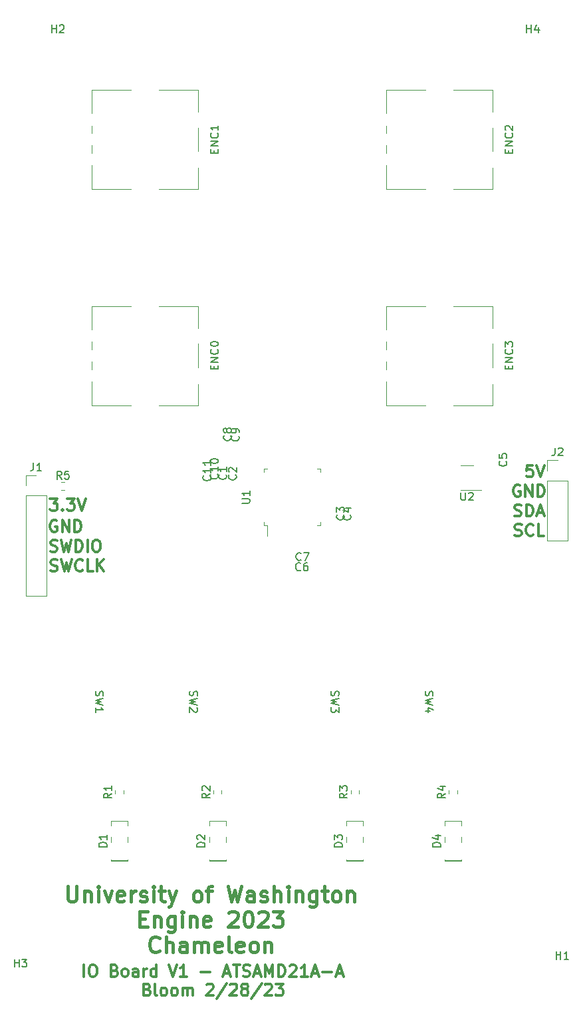
<source format=gbr>
%TF.GenerationSoftware,KiCad,Pcbnew,(6.0.10)*%
%TF.CreationDate,2023-03-01T09:57:49-08:00*%
%TF.ProjectId,IOBoard_ATSAMD21,494f426f-6172-4645-9f41-5453414d4432,rev?*%
%TF.SameCoordinates,Original*%
%TF.FileFunction,Legend,Top*%
%TF.FilePolarity,Positive*%
%FSLAX46Y46*%
G04 Gerber Fmt 4.6, Leading zero omitted, Abs format (unit mm)*
G04 Created by KiCad (PCBNEW (6.0.10)) date 2023-03-01 09:57:49*
%MOMM*%
%LPD*%
G01*
G04 APERTURE LIST*
%ADD10C,0.400000*%
%ADD11C,0.300000*%
%ADD12C,0.150000*%
%ADD13C,0.120000*%
G04 APERTURE END LIST*
D10*
X75011904Y-153934761D02*
X75011904Y-155553809D01*
X75107142Y-155744285D01*
X75202380Y-155839523D01*
X75392857Y-155934761D01*
X75773809Y-155934761D01*
X75964285Y-155839523D01*
X76059523Y-155744285D01*
X76154761Y-155553809D01*
X76154761Y-153934761D01*
X77107142Y-154601428D02*
X77107142Y-155934761D01*
X77107142Y-154791904D02*
X77202380Y-154696666D01*
X77392857Y-154601428D01*
X77678571Y-154601428D01*
X77869047Y-154696666D01*
X77964285Y-154887142D01*
X77964285Y-155934761D01*
X78916666Y-155934761D02*
X78916666Y-154601428D01*
X78916666Y-153934761D02*
X78821428Y-154030000D01*
X78916666Y-154125238D01*
X79011904Y-154030000D01*
X78916666Y-153934761D01*
X78916666Y-154125238D01*
X79678571Y-154601428D02*
X80154761Y-155934761D01*
X80630952Y-154601428D01*
X82154761Y-155839523D02*
X81964285Y-155934761D01*
X81583333Y-155934761D01*
X81392857Y-155839523D01*
X81297619Y-155649047D01*
X81297619Y-154887142D01*
X81392857Y-154696666D01*
X81583333Y-154601428D01*
X81964285Y-154601428D01*
X82154761Y-154696666D01*
X82250000Y-154887142D01*
X82250000Y-155077619D01*
X81297619Y-155268095D01*
X83107142Y-155934761D02*
X83107142Y-154601428D01*
X83107142Y-154982380D02*
X83202380Y-154791904D01*
X83297619Y-154696666D01*
X83488095Y-154601428D01*
X83678571Y-154601428D01*
X84250000Y-155839523D02*
X84440476Y-155934761D01*
X84821428Y-155934761D01*
X85011904Y-155839523D01*
X85107142Y-155649047D01*
X85107142Y-155553809D01*
X85011904Y-155363333D01*
X84821428Y-155268095D01*
X84535714Y-155268095D01*
X84345238Y-155172857D01*
X84250000Y-154982380D01*
X84250000Y-154887142D01*
X84345238Y-154696666D01*
X84535714Y-154601428D01*
X84821428Y-154601428D01*
X85011904Y-154696666D01*
X85964285Y-155934761D02*
X85964285Y-154601428D01*
X85964285Y-153934761D02*
X85869047Y-154030000D01*
X85964285Y-154125238D01*
X86059523Y-154030000D01*
X85964285Y-153934761D01*
X85964285Y-154125238D01*
X86630952Y-154601428D02*
X87392857Y-154601428D01*
X86916666Y-153934761D02*
X86916666Y-155649047D01*
X87011904Y-155839523D01*
X87202380Y-155934761D01*
X87392857Y-155934761D01*
X87869047Y-154601428D02*
X88345238Y-155934761D01*
X88821428Y-154601428D02*
X88345238Y-155934761D01*
X88154761Y-156410952D01*
X88059523Y-156506190D01*
X87869047Y-156601428D01*
X91392857Y-155934761D02*
X91202380Y-155839523D01*
X91107142Y-155744285D01*
X91011904Y-155553809D01*
X91011904Y-154982380D01*
X91107142Y-154791904D01*
X91202380Y-154696666D01*
X91392857Y-154601428D01*
X91678571Y-154601428D01*
X91869047Y-154696666D01*
X91964285Y-154791904D01*
X92059523Y-154982380D01*
X92059523Y-155553809D01*
X91964285Y-155744285D01*
X91869047Y-155839523D01*
X91678571Y-155934761D01*
X91392857Y-155934761D01*
X92630952Y-154601428D02*
X93392857Y-154601428D01*
X92916666Y-155934761D02*
X92916666Y-154220476D01*
X93011904Y-154030000D01*
X93202380Y-153934761D01*
X93392857Y-153934761D01*
X95392857Y-153934761D02*
X95869047Y-155934761D01*
X96250000Y-154506190D01*
X96630952Y-155934761D01*
X97107142Y-153934761D01*
X98726190Y-155934761D02*
X98726190Y-154887142D01*
X98630952Y-154696666D01*
X98440476Y-154601428D01*
X98059523Y-154601428D01*
X97869047Y-154696666D01*
X98726190Y-155839523D02*
X98535714Y-155934761D01*
X98059523Y-155934761D01*
X97869047Y-155839523D01*
X97773809Y-155649047D01*
X97773809Y-155458571D01*
X97869047Y-155268095D01*
X98059523Y-155172857D01*
X98535714Y-155172857D01*
X98726190Y-155077619D01*
X99583333Y-155839523D02*
X99773809Y-155934761D01*
X100154761Y-155934761D01*
X100345238Y-155839523D01*
X100440476Y-155649047D01*
X100440476Y-155553809D01*
X100345238Y-155363333D01*
X100154761Y-155268095D01*
X99869047Y-155268095D01*
X99678571Y-155172857D01*
X99583333Y-154982380D01*
X99583333Y-154887142D01*
X99678571Y-154696666D01*
X99869047Y-154601428D01*
X100154761Y-154601428D01*
X100345238Y-154696666D01*
X101297619Y-155934761D02*
X101297619Y-153934761D01*
X102154761Y-155934761D02*
X102154761Y-154887142D01*
X102059523Y-154696666D01*
X101869047Y-154601428D01*
X101583333Y-154601428D01*
X101392857Y-154696666D01*
X101297619Y-154791904D01*
X103107142Y-155934761D02*
X103107142Y-154601428D01*
X103107142Y-153934761D02*
X103011904Y-154030000D01*
X103107142Y-154125238D01*
X103202380Y-154030000D01*
X103107142Y-153934761D01*
X103107142Y-154125238D01*
X104059523Y-154601428D02*
X104059523Y-155934761D01*
X104059523Y-154791904D02*
X104154761Y-154696666D01*
X104345238Y-154601428D01*
X104630952Y-154601428D01*
X104821428Y-154696666D01*
X104916666Y-154887142D01*
X104916666Y-155934761D01*
X106726190Y-154601428D02*
X106726190Y-156220476D01*
X106630952Y-156410952D01*
X106535714Y-156506190D01*
X106345238Y-156601428D01*
X106059523Y-156601428D01*
X105869047Y-156506190D01*
X106726190Y-155839523D02*
X106535714Y-155934761D01*
X106154761Y-155934761D01*
X105964285Y-155839523D01*
X105869047Y-155744285D01*
X105773809Y-155553809D01*
X105773809Y-154982380D01*
X105869047Y-154791904D01*
X105964285Y-154696666D01*
X106154761Y-154601428D01*
X106535714Y-154601428D01*
X106726190Y-154696666D01*
X107392857Y-154601428D02*
X108154761Y-154601428D01*
X107678571Y-153934761D02*
X107678571Y-155649047D01*
X107773809Y-155839523D01*
X107964285Y-155934761D01*
X108154761Y-155934761D01*
X109107142Y-155934761D02*
X108916666Y-155839523D01*
X108821428Y-155744285D01*
X108726190Y-155553809D01*
X108726190Y-154982380D01*
X108821428Y-154791904D01*
X108916666Y-154696666D01*
X109107142Y-154601428D01*
X109392857Y-154601428D01*
X109583333Y-154696666D01*
X109678571Y-154791904D01*
X109773809Y-154982380D01*
X109773809Y-155553809D01*
X109678571Y-155744285D01*
X109583333Y-155839523D01*
X109392857Y-155934761D01*
X109107142Y-155934761D01*
X110630952Y-154601428D02*
X110630952Y-155934761D01*
X110630952Y-154791904D02*
X110726190Y-154696666D01*
X110916666Y-154601428D01*
X111202380Y-154601428D01*
X111392857Y-154696666D01*
X111488095Y-154887142D01*
X111488095Y-155934761D01*
X84202380Y-158107142D02*
X84869047Y-158107142D01*
X85154761Y-159154761D02*
X84202380Y-159154761D01*
X84202380Y-157154761D01*
X85154761Y-157154761D01*
X86011904Y-157821428D02*
X86011904Y-159154761D01*
X86011904Y-158011904D02*
X86107142Y-157916666D01*
X86297619Y-157821428D01*
X86583333Y-157821428D01*
X86773809Y-157916666D01*
X86869047Y-158107142D01*
X86869047Y-159154761D01*
X88678571Y-157821428D02*
X88678571Y-159440476D01*
X88583333Y-159630952D01*
X88488095Y-159726190D01*
X88297619Y-159821428D01*
X88011904Y-159821428D01*
X87821428Y-159726190D01*
X88678571Y-159059523D02*
X88488095Y-159154761D01*
X88107142Y-159154761D01*
X87916666Y-159059523D01*
X87821428Y-158964285D01*
X87726190Y-158773809D01*
X87726190Y-158202380D01*
X87821428Y-158011904D01*
X87916666Y-157916666D01*
X88107142Y-157821428D01*
X88488095Y-157821428D01*
X88678571Y-157916666D01*
X89630952Y-159154761D02*
X89630952Y-157821428D01*
X89630952Y-157154761D02*
X89535714Y-157250000D01*
X89630952Y-157345238D01*
X89726190Y-157250000D01*
X89630952Y-157154761D01*
X89630952Y-157345238D01*
X90583333Y-157821428D02*
X90583333Y-159154761D01*
X90583333Y-158011904D02*
X90678571Y-157916666D01*
X90869047Y-157821428D01*
X91154761Y-157821428D01*
X91345238Y-157916666D01*
X91440476Y-158107142D01*
X91440476Y-159154761D01*
X93154761Y-159059523D02*
X92964285Y-159154761D01*
X92583333Y-159154761D01*
X92392857Y-159059523D01*
X92297619Y-158869047D01*
X92297619Y-158107142D01*
X92392857Y-157916666D01*
X92583333Y-157821428D01*
X92964285Y-157821428D01*
X93154761Y-157916666D01*
X93250000Y-158107142D01*
X93250000Y-158297619D01*
X92297619Y-158488095D01*
X95535714Y-157345238D02*
X95630952Y-157250000D01*
X95821428Y-157154761D01*
X96297619Y-157154761D01*
X96488095Y-157250000D01*
X96583333Y-157345238D01*
X96678571Y-157535714D01*
X96678571Y-157726190D01*
X96583333Y-158011904D01*
X95440476Y-159154761D01*
X96678571Y-159154761D01*
X97916666Y-157154761D02*
X98107142Y-157154761D01*
X98297619Y-157250000D01*
X98392857Y-157345238D01*
X98488095Y-157535714D01*
X98583333Y-157916666D01*
X98583333Y-158392857D01*
X98488095Y-158773809D01*
X98392857Y-158964285D01*
X98297619Y-159059523D01*
X98107142Y-159154761D01*
X97916666Y-159154761D01*
X97726190Y-159059523D01*
X97630952Y-158964285D01*
X97535714Y-158773809D01*
X97440476Y-158392857D01*
X97440476Y-157916666D01*
X97535714Y-157535714D01*
X97630952Y-157345238D01*
X97726190Y-157250000D01*
X97916666Y-157154761D01*
X99345238Y-157345238D02*
X99440476Y-157250000D01*
X99630952Y-157154761D01*
X100107142Y-157154761D01*
X100297619Y-157250000D01*
X100392857Y-157345238D01*
X100488095Y-157535714D01*
X100488095Y-157726190D01*
X100392857Y-158011904D01*
X99250000Y-159154761D01*
X100488095Y-159154761D01*
X101154761Y-157154761D02*
X102392857Y-157154761D01*
X101726190Y-157916666D01*
X102011904Y-157916666D01*
X102202380Y-158011904D01*
X102297619Y-158107142D01*
X102392857Y-158297619D01*
X102392857Y-158773809D01*
X102297619Y-158964285D01*
X102202380Y-159059523D01*
X102011904Y-159154761D01*
X101440476Y-159154761D01*
X101250000Y-159059523D01*
X101154761Y-158964285D01*
X86678571Y-162184285D02*
X86583333Y-162279523D01*
X86297619Y-162374761D01*
X86107142Y-162374761D01*
X85821428Y-162279523D01*
X85630952Y-162089047D01*
X85535714Y-161898571D01*
X85440476Y-161517619D01*
X85440476Y-161231904D01*
X85535714Y-160850952D01*
X85630952Y-160660476D01*
X85821428Y-160470000D01*
X86107142Y-160374761D01*
X86297619Y-160374761D01*
X86583333Y-160470000D01*
X86678571Y-160565238D01*
X87535714Y-162374761D02*
X87535714Y-160374761D01*
X88392857Y-162374761D02*
X88392857Y-161327142D01*
X88297619Y-161136666D01*
X88107142Y-161041428D01*
X87821428Y-161041428D01*
X87630952Y-161136666D01*
X87535714Y-161231904D01*
X90202380Y-162374761D02*
X90202380Y-161327142D01*
X90107142Y-161136666D01*
X89916666Y-161041428D01*
X89535714Y-161041428D01*
X89345238Y-161136666D01*
X90202380Y-162279523D02*
X90011904Y-162374761D01*
X89535714Y-162374761D01*
X89345238Y-162279523D01*
X89250000Y-162089047D01*
X89250000Y-161898571D01*
X89345238Y-161708095D01*
X89535714Y-161612857D01*
X90011904Y-161612857D01*
X90202380Y-161517619D01*
X91154761Y-162374761D02*
X91154761Y-161041428D01*
X91154761Y-161231904D02*
X91250000Y-161136666D01*
X91440476Y-161041428D01*
X91726190Y-161041428D01*
X91916666Y-161136666D01*
X92011904Y-161327142D01*
X92011904Y-162374761D01*
X92011904Y-161327142D02*
X92107142Y-161136666D01*
X92297619Y-161041428D01*
X92583333Y-161041428D01*
X92773809Y-161136666D01*
X92869047Y-161327142D01*
X92869047Y-162374761D01*
X94583333Y-162279523D02*
X94392857Y-162374761D01*
X94011904Y-162374761D01*
X93821428Y-162279523D01*
X93726190Y-162089047D01*
X93726190Y-161327142D01*
X93821428Y-161136666D01*
X94011904Y-161041428D01*
X94392857Y-161041428D01*
X94583333Y-161136666D01*
X94678571Y-161327142D01*
X94678571Y-161517619D01*
X93726190Y-161708095D01*
X95821428Y-162374761D02*
X95630952Y-162279523D01*
X95535714Y-162089047D01*
X95535714Y-160374761D01*
X97345238Y-162279523D02*
X97154761Y-162374761D01*
X96773809Y-162374761D01*
X96583333Y-162279523D01*
X96488095Y-162089047D01*
X96488095Y-161327142D01*
X96583333Y-161136666D01*
X96773809Y-161041428D01*
X97154761Y-161041428D01*
X97345238Y-161136666D01*
X97440476Y-161327142D01*
X97440476Y-161517619D01*
X96488095Y-161708095D01*
X98583333Y-162374761D02*
X98392857Y-162279523D01*
X98297619Y-162184285D01*
X98202380Y-161993809D01*
X98202380Y-161422380D01*
X98297619Y-161231904D01*
X98392857Y-161136666D01*
X98583333Y-161041428D01*
X98869047Y-161041428D01*
X99059523Y-161136666D01*
X99154761Y-161231904D01*
X99250000Y-161422380D01*
X99250000Y-161993809D01*
X99154761Y-162184285D01*
X99059523Y-162279523D01*
X98869047Y-162374761D01*
X98583333Y-162374761D01*
X100107142Y-161041428D02*
X100107142Y-162374761D01*
X100107142Y-161231904D02*
X100202380Y-161136666D01*
X100392857Y-161041428D01*
X100678571Y-161041428D01*
X100869047Y-161136666D01*
X100964285Y-161327142D01*
X100964285Y-162374761D01*
D11*
X72857142Y-113857142D02*
X73071428Y-113928571D01*
X73428571Y-113928571D01*
X73571428Y-113857142D01*
X73642857Y-113785714D01*
X73714285Y-113642857D01*
X73714285Y-113500000D01*
X73642857Y-113357142D01*
X73571428Y-113285714D01*
X73428571Y-113214285D01*
X73142857Y-113142857D01*
X73000000Y-113071428D01*
X72928571Y-113000000D01*
X72857142Y-112857142D01*
X72857142Y-112714285D01*
X72928571Y-112571428D01*
X73000000Y-112500000D01*
X73142857Y-112428571D01*
X73500000Y-112428571D01*
X73714285Y-112500000D01*
X74214285Y-112428571D02*
X74571428Y-113928571D01*
X74857142Y-112857142D01*
X75142857Y-113928571D01*
X75500000Y-112428571D01*
X76928571Y-113785714D02*
X76857142Y-113857142D01*
X76642857Y-113928571D01*
X76500000Y-113928571D01*
X76285714Y-113857142D01*
X76142857Y-113714285D01*
X76071428Y-113571428D01*
X76000000Y-113285714D01*
X76000000Y-113071428D01*
X76071428Y-112785714D01*
X76142857Y-112642857D01*
X76285714Y-112500000D01*
X76500000Y-112428571D01*
X76642857Y-112428571D01*
X76857142Y-112500000D01*
X76928571Y-112571428D01*
X78285714Y-113928571D02*
X77571428Y-113928571D01*
X77571428Y-112428571D01*
X78785714Y-113928571D02*
X78785714Y-112428571D01*
X79642857Y-113928571D02*
X79000000Y-113071428D01*
X79642857Y-112428571D02*
X78785714Y-113285714D01*
X132607142Y-103000000D02*
X132464285Y-102928571D01*
X132250000Y-102928571D01*
X132035714Y-103000000D01*
X131892857Y-103142857D01*
X131821428Y-103285714D01*
X131750000Y-103571428D01*
X131750000Y-103785714D01*
X131821428Y-104071428D01*
X131892857Y-104214285D01*
X132035714Y-104357142D01*
X132250000Y-104428571D01*
X132392857Y-104428571D01*
X132607142Y-104357142D01*
X132678571Y-104285714D01*
X132678571Y-103785714D01*
X132392857Y-103785714D01*
X133321428Y-104428571D02*
X133321428Y-102928571D01*
X134178571Y-104428571D01*
X134178571Y-102928571D01*
X134892857Y-104428571D02*
X134892857Y-102928571D01*
X135250000Y-102928571D01*
X135464285Y-103000000D01*
X135607142Y-103142857D01*
X135678571Y-103285714D01*
X135750000Y-103571428D01*
X135750000Y-103785714D01*
X135678571Y-104071428D01*
X135607142Y-104214285D01*
X135464285Y-104357142D01*
X135250000Y-104428571D01*
X134892857Y-104428571D01*
X77071428Y-165471071D02*
X77071428Y-163971071D01*
X78071428Y-163971071D02*
X78357142Y-163971071D01*
X78500000Y-164042500D01*
X78642857Y-164185357D01*
X78714285Y-164471071D01*
X78714285Y-164971071D01*
X78642857Y-165256785D01*
X78500000Y-165399642D01*
X78357142Y-165471071D01*
X78071428Y-165471071D01*
X77928571Y-165399642D01*
X77785714Y-165256785D01*
X77714285Y-164971071D01*
X77714285Y-164471071D01*
X77785714Y-164185357D01*
X77928571Y-164042500D01*
X78071428Y-163971071D01*
X81000000Y-164685357D02*
X81214285Y-164756785D01*
X81285714Y-164828214D01*
X81357142Y-164971071D01*
X81357142Y-165185357D01*
X81285714Y-165328214D01*
X81214285Y-165399642D01*
X81071428Y-165471071D01*
X80500000Y-165471071D01*
X80500000Y-163971071D01*
X81000000Y-163971071D01*
X81142857Y-164042500D01*
X81214285Y-164113928D01*
X81285714Y-164256785D01*
X81285714Y-164399642D01*
X81214285Y-164542500D01*
X81142857Y-164613928D01*
X81000000Y-164685357D01*
X80500000Y-164685357D01*
X82214285Y-165471071D02*
X82071428Y-165399642D01*
X82000000Y-165328214D01*
X81928571Y-165185357D01*
X81928571Y-164756785D01*
X82000000Y-164613928D01*
X82071428Y-164542500D01*
X82214285Y-164471071D01*
X82428571Y-164471071D01*
X82571428Y-164542500D01*
X82642857Y-164613928D01*
X82714285Y-164756785D01*
X82714285Y-165185357D01*
X82642857Y-165328214D01*
X82571428Y-165399642D01*
X82428571Y-165471071D01*
X82214285Y-165471071D01*
X84000000Y-165471071D02*
X84000000Y-164685357D01*
X83928571Y-164542500D01*
X83785714Y-164471071D01*
X83500000Y-164471071D01*
X83357142Y-164542500D01*
X84000000Y-165399642D02*
X83857142Y-165471071D01*
X83500000Y-165471071D01*
X83357142Y-165399642D01*
X83285714Y-165256785D01*
X83285714Y-165113928D01*
X83357142Y-164971071D01*
X83500000Y-164899642D01*
X83857142Y-164899642D01*
X84000000Y-164828214D01*
X84714285Y-165471071D02*
X84714285Y-164471071D01*
X84714285Y-164756785D02*
X84785714Y-164613928D01*
X84857142Y-164542500D01*
X85000000Y-164471071D01*
X85142857Y-164471071D01*
X86285714Y-165471071D02*
X86285714Y-163971071D01*
X86285714Y-165399642D02*
X86142857Y-165471071D01*
X85857142Y-165471071D01*
X85714285Y-165399642D01*
X85642857Y-165328214D01*
X85571428Y-165185357D01*
X85571428Y-164756785D01*
X85642857Y-164613928D01*
X85714285Y-164542500D01*
X85857142Y-164471071D01*
X86142857Y-164471071D01*
X86285714Y-164542500D01*
X87928571Y-163971071D02*
X88428571Y-165471071D01*
X88928571Y-163971071D01*
X90214285Y-165471071D02*
X89357142Y-165471071D01*
X89785714Y-165471071D02*
X89785714Y-163971071D01*
X89642857Y-164185357D01*
X89500000Y-164328214D01*
X89357142Y-164399642D01*
X92000000Y-164899642D02*
X93142857Y-164899642D01*
X94928571Y-165042500D02*
X95642857Y-165042500D01*
X94785714Y-165471071D02*
X95285714Y-163971071D01*
X95785714Y-165471071D01*
X96071428Y-163971071D02*
X96928571Y-163971071D01*
X96500000Y-165471071D02*
X96500000Y-163971071D01*
X97357142Y-165399642D02*
X97571428Y-165471071D01*
X97928571Y-165471071D01*
X98071428Y-165399642D01*
X98142857Y-165328214D01*
X98214285Y-165185357D01*
X98214285Y-165042500D01*
X98142857Y-164899642D01*
X98071428Y-164828214D01*
X97928571Y-164756785D01*
X97642857Y-164685357D01*
X97500000Y-164613928D01*
X97428571Y-164542500D01*
X97357142Y-164399642D01*
X97357142Y-164256785D01*
X97428571Y-164113928D01*
X97500000Y-164042500D01*
X97642857Y-163971071D01*
X98000000Y-163971071D01*
X98214285Y-164042500D01*
X98785714Y-165042500D02*
X99500000Y-165042500D01*
X98642857Y-165471071D02*
X99142857Y-163971071D01*
X99642857Y-165471071D01*
X100142857Y-165471071D02*
X100142857Y-163971071D01*
X100642857Y-165042500D01*
X101142857Y-163971071D01*
X101142857Y-165471071D01*
X101857142Y-165471071D02*
X101857142Y-163971071D01*
X102214285Y-163971071D01*
X102428571Y-164042500D01*
X102571428Y-164185357D01*
X102642857Y-164328214D01*
X102714285Y-164613928D01*
X102714285Y-164828214D01*
X102642857Y-165113928D01*
X102571428Y-165256785D01*
X102428571Y-165399642D01*
X102214285Y-165471071D01*
X101857142Y-165471071D01*
X103285714Y-164113928D02*
X103357142Y-164042500D01*
X103500000Y-163971071D01*
X103857142Y-163971071D01*
X104000000Y-164042500D01*
X104071428Y-164113928D01*
X104142857Y-164256785D01*
X104142857Y-164399642D01*
X104071428Y-164613928D01*
X103214285Y-165471071D01*
X104142857Y-165471071D01*
X105571428Y-165471071D02*
X104714285Y-165471071D01*
X105142857Y-165471071D02*
X105142857Y-163971071D01*
X105000000Y-164185357D01*
X104857142Y-164328214D01*
X104714285Y-164399642D01*
X106142857Y-165042500D02*
X106857142Y-165042500D01*
X106000000Y-165471071D02*
X106500000Y-163971071D01*
X107000000Y-165471071D01*
X107500000Y-164899642D02*
X108642857Y-164899642D01*
X109285714Y-165042500D02*
X110000000Y-165042500D01*
X109142857Y-165471071D02*
X109642857Y-163971071D01*
X110142857Y-165471071D01*
X85142857Y-167100357D02*
X85357142Y-167171785D01*
X85428571Y-167243214D01*
X85500000Y-167386071D01*
X85500000Y-167600357D01*
X85428571Y-167743214D01*
X85357142Y-167814642D01*
X85214285Y-167886071D01*
X84642857Y-167886071D01*
X84642857Y-166386071D01*
X85142857Y-166386071D01*
X85285714Y-166457500D01*
X85357142Y-166528928D01*
X85428571Y-166671785D01*
X85428571Y-166814642D01*
X85357142Y-166957500D01*
X85285714Y-167028928D01*
X85142857Y-167100357D01*
X84642857Y-167100357D01*
X86357142Y-167886071D02*
X86214285Y-167814642D01*
X86142857Y-167671785D01*
X86142857Y-166386071D01*
X87142857Y-167886071D02*
X87000000Y-167814642D01*
X86928571Y-167743214D01*
X86857142Y-167600357D01*
X86857142Y-167171785D01*
X86928571Y-167028928D01*
X87000000Y-166957500D01*
X87142857Y-166886071D01*
X87357142Y-166886071D01*
X87500000Y-166957500D01*
X87571428Y-167028928D01*
X87642857Y-167171785D01*
X87642857Y-167600357D01*
X87571428Y-167743214D01*
X87500000Y-167814642D01*
X87357142Y-167886071D01*
X87142857Y-167886071D01*
X88500000Y-167886071D02*
X88357142Y-167814642D01*
X88285714Y-167743214D01*
X88214285Y-167600357D01*
X88214285Y-167171785D01*
X88285714Y-167028928D01*
X88357142Y-166957500D01*
X88500000Y-166886071D01*
X88714285Y-166886071D01*
X88857142Y-166957500D01*
X88928571Y-167028928D01*
X89000000Y-167171785D01*
X89000000Y-167600357D01*
X88928571Y-167743214D01*
X88857142Y-167814642D01*
X88714285Y-167886071D01*
X88500000Y-167886071D01*
X89642857Y-167886071D02*
X89642857Y-166886071D01*
X89642857Y-167028928D02*
X89714285Y-166957500D01*
X89857142Y-166886071D01*
X90071428Y-166886071D01*
X90214285Y-166957500D01*
X90285714Y-167100357D01*
X90285714Y-167886071D01*
X90285714Y-167100357D02*
X90357142Y-166957500D01*
X90500000Y-166886071D01*
X90714285Y-166886071D01*
X90857142Y-166957500D01*
X90928571Y-167100357D01*
X90928571Y-167886071D01*
X92714285Y-166528928D02*
X92785714Y-166457500D01*
X92928571Y-166386071D01*
X93285714Y-166386071D01*
X93428571Y-166457500D01*
X93500000Y-166528928D01*
X93571428Y-166671785D01*
X93571428Y-166814642D01*
X93500000Y-167028928D01*
X92642857Y-167886071D01*
X93571428Y-167886071D01*
X95285714Y-166314642D02*
X94000000Y-168243214D01*
X95714285Y-166528928D02*
X95785714Y-166457500D01*
X95928571Y-166386071D01*
X96285714Y-166386071D01*
X96428571Y-166457500D01*
X96500000Y-166528928D01*
X96571428Y-166671785D01*
X96571428Y-166814642D01*
X96500000Y-167028928D01*
X95642857Y-167886071D01*
X96571428Y-167886071D01*
X97428571Y-167028928D02*
X97285714Y-166957500D01*
X97214285Y-166886071D01*
X97142857Y-166743214D01*
X97142857Y-166671785D01*
X97214285Y-166528928D01*
X97285714Y-166457500D01*
X97428571Y-166386071D01*
X97714285Y-166386071D01*
X97857142Y-166457500D01*
X97928571Y-166528928D01*
X98000000Y-166671785D01*
X98000000Y-166743214D01*
X97928571Y-166886071D01*
X97857142Y-166957500D01*
X97714285Y-167028928D01*
X97428571Y-167028928D01*
X97285714Y-167100357D01*
X97214285Y-167171785D01*
X97142857Y-167314642D01*
X97142857Y-167600357D01*
X97214285Y-167743214D01*
X97285714Y-167814642D01*
X97428571Y-167886071D01*
X97714285Y-167886071D01*
X97857142Y-167814642D01*
X97928571Y-167743214D01*
X98000000Y-167600357D01*
X98000000Y-167314642D01*
X97928571Y-167171785D01*
X97857142Y-167100357D01*
X97714285Y-167028928D01*
X99714285Y-166314642D02*
X98428571Y-168243214D01*
X100142857Y-166528928D02*
X100214285Y-166457500D01*
X100357142Y-166386071D01*
X100714285Y-166386071D01*
X100857142Y-166457500D01*
X100928571Y-166528928D01*
X101000000Y-166671785D01*
X101000000Y-166814642D01*
X100928571Y-167028928D01*
X100071428Y-167886071D01*
X101000000Y-167886071D01*
X101500000Y-166386071D02*
X102428571Y-166386071D01*
X101928571Y-166957500D01*
X102142857Y-166957500D01*
X102285714Y-167028928D01*
X102357142Y-167100357D01*
X102428571Y-167243214D01*
X102428571Y-167600357D01*
X102357142Y-167743214D01*
X102285714Y-167814642D01*
X102142857Y-167886071D01*
X101714285Y-167886071D01*
X101571428Y-167814642D01*
X101500000Y-167743214D01*
X72821428Y-111357142D02*
X73035714Y-111428571D01*
X73392857Y-111428571D01*
X73535714Y-111357142D01*
X73607142Y-111285714D01*
X73678571Y-111142857D01*
X73678571Y-111000000D01*
X73607142Y-110857142D01*
X73535714Y-110785714D01*
X73392857Y-110714285D01*
X73107142Y-110642857D01*
X72964285Y-110571428D01*
X72892857Y-110500000D01*
X72821428Y-110357142D01*
X72821428Y-110214285D01*
X72892857Y-110071428D01*
X72964285Y-110000000D01*
X73107142Y-109928571D01*
X73464285Y-109928571D01*
X73678571Y-110000000D01*
X74178571Y-109928571D02*
X74535714Y-111428571D01*
X74821428Y-110357142D01*
X75107142Y-111428571D01*
X75464285Y-109928571D01*
X76035714Y-111428571D02*
X76035714Y-109928571D01*
X76392857Y-109928571D01*
X76607142Y-110000000D01*
X76750000Y-110142857D01*
X76821428Y-110285714D01*
X76892857Y-110571428D01*
X76892857Y-110785714D01*
X76821428Y-111071428D01*
X76750000Y-111214285D01*
X76607142Y-111357142D01*
X76392857Y-111428571D01*
X76035714Y-111428571D01*
X77535714Y-111428571D02*
X77535714Y-109928571D01*
X78535714Y-109928571D02*
X78821428Y-109928571D01*
X78964285Y-110000000D01*
X79107142Y-110142857D01*
X79178571Y-110428571D01*
X79178571Y-110928571D01*
X79107142Y-111214285D01*
X78964285Y-111357142D01*
X78821428Y-111428571D01*
X78535714Y-111428571D01*
X78392857Y-111357142D01*
X78250000Y-111214285D01*
X78178571Y-110928571D01*
X78178571Y-110428571D01*
X78250000Y-110142857D01*
X78392857Y-110000000D01*
X78535714Y-109928571D01*
X73607142Y-107500000D02*
X73464285Y-107428571D01*
X73250000Y-107428571D01*
X73035714Y-107500000D01*
X72892857Y-107642857D01*
X72821428Y-107785714D01*
X72750000Y-108071428D01*
X72750000Y-108285714D01*
X72821428Y-108571428D01*
X72892857Y-108714285D01*
X73035714Y-108857142D01*
X73250000Y-108928571D01*
X73392857Y-108928571D01*
X73607142Y-108857142D01*
X73678571Y-108785714D01*
X73678571Y-108285714D01*
X73392857Y-108285714D01*
X74321428Y-108928571D02*
X74321428Y-107428571D01*
X75178571Y-108928571D01*
X75178571Y-107428571D01*
X75892857Y-108928571D02*
X75892857Y-107428571D01*
X76250000Y-107428571D01*
X76464285Y-107500000D01*
X76607142Y-107642857D01*
X76678571Y-107785714D01*
X76750000Y-108071428D01*
X76750000Y-108285714D01*
X76678571Y-108571428D01*
X76607142Y-108714285D01*
X76464285Y-108857142D01*
X76250000Y-108928571D01*
X75892857Y-108928571D01*
X72785714Y-104678571D02*
X73714285Y-104678571D01*
X73214285Y-105250000D01*
X73428571Y-105250000D01*
X73571428Y-105321428D01*
X73642857Y-105392857D01*
X73714285Y-105535714D01*
X73714285Y-105892857D01*
X73642857Y-106035714D01*
X73571428Y-106107142D01*
X73428571Y-106178571D01*
X73000000Y-106178571D01*
X72857142Y-106107142D01*
X72785714Y-106035714D01*
X74357142Y-106035714D02*
X74428571Y-106107142D01*
X74357142Y-106178571D01*
X74285714Y-106107142D01*
X74357142Y-106035714D01*
X74357142Y-106178571D01*
X74928571Y-104678571D02*
X75857142Y-104678571D01*
X75357142Y-105250000D01*
X75571428Y-105250000D01*
X75714285Y-105321428D01*
X75785714Y-105392857D01*
X75857142Y-105535714D01*
X75857142Y-105892857D01*
X75785714Y-106035714D01*
X75714285Y-106107142D01*
X75571428Y-106178571D01*
X75142857Y-106178571D01*
X75000000Y-106107142D01*
X74928571Y-106035714D01*
X76285714Y-104678571D02*
X76785714Y-106178571D01*
X77285714Y-104678571D01*
X131928571Y-106857142D02*
X132142857Y-106928571D01*
X132500000Y-106928571D01*
X132642857Y-106857142D01*
X132714285Y-106785714D01*
X132785714Y-106642857D01*
X132785714Y-106500000D01*
X132714285Y-106357142D01*
X132642857Y-106285714D01*
X132500000Y-106214285D01*
X132214285Y-106142857D01*
X132071428Y-106071428D01*
X132000000Y-106000000D01*
X131928571Y-105857142D01*
X131928571Y-105714285D01*
X132000000Y-105571428D01*
X132071428Y-105500000D01*
X132214285Y-105428571D01*
X132571428Y-105428571D01*
X132785714Y-105500000D01*
X133428571Y-106928571D02*
X133428571Y-105428571D01*
X133785714Y-105428571D01*
X134000000Y-105500000D01*
X134142857Y-105642857D01*
X134214285Y-105785714D01*
X134285714Y-106071428D01*
X134285714Y-106285714D01*
X134214285Y-106571428D01*
X134142857Y-106714285D01*
X134000000Y-106857142D01*
X133785714Y-106928571D01*
X133428571Y-106928571D01*
X134857142Y-106500000D02*
X135571428Y-106500000D01*
X134714285Y-106928571D02*
X135214285Y-105428571D01*
X135714285Y-106928571D01*
X134214285Y-100428571D02*
X133500000Y-100428571D01*
X133428571Y-101142857D01*
X133500000Y-101071428D01*
X133642857Y-101000000D01*
X134000000Y-101000000D01*
X134142857Y-101071428D01*
X134214285Y-101142857D01*
X134285714Y-101285714D01*
X134285714Y-101642857D01*
X134214285Y-101785714D01*
X134142857Y-101857142D01*
X134000000Y-101928571D01*
X133642857Y-101928571D01*
X133500000Y-101857142D01*
X133428571Y-101785714D01*
X134714285Y-100428571D02*
X135214285Y-101928571D01*
X135714285Y-100428571D01*
X131964285Y-109357142D02*
X132178571Y-109428571D01*
X132535714Y-109428571D01*
X132678571Y-109357142D01*
X132750000Y-109285714D01*
X132821428Y-109142857D01*
X132821428Y-109000000D01*
X132750000Y-108857142D01*
X132678571Y-108785714D01*
X132535714Y-108714285D01*
X132250000Y-108642857D01*
X132107142Y-108571428D01*
X132035714Y-108500000D01*
X131964285Y-108357142D01*
X131964285Y-108214285D01*
X132035714Y-108071428D01*
X132107142Y-108000000D01*
X132250000Y-107928571D01*
X132607142Y-107928571D01*
X132821428Y-108000000D01*
X134321428Y-109285714D02*
X134250000Y-109357142D01*
X134035714Y-109428571D01*
X133892857Y-109428571D01*
X133678571Y-109357142D01*
X133535714Y-109214285D01*
X133464285Y-109071428D01*
X133392857Y-108785714D01*
X133392857Y-108571428D01*
X133464285Y-108285714D01*
X133535714Y-108142857D01*
X133678571Y-108000000D01*
X133892857Y-107928571D01*
X134035714Y-107928571D01*
X134250000Y-108000000D01*
X134321428Y-108071428D01*
X135678571Y-109428571D02*
X134964285Y-109428571D01*
X134964285Y-107928571D01*
D12*
%TO.C,U1*%
X97202380Y-105261904D02*
X98011904Y-105261904D01*
X98107142Y-105214285D01*
X98154761Y-105166666D01*
X98202380Y-105071428D01*
X98202380Y-104880952D01*
X98154761Y-104785714D01*
X98107142Y-104738095D01*
X98011904Y-104690476D01*
X97202380Y-104690476D01*
X98202380Y-103690476D02*
X98202380Y-104261904D01*
X98202380Y-103976190D02*
X97202380Y-103976190D01*
X97345238Y-104071428D01*
X97440476Y-104166666D01*
X97488095Y-104261904D01*
%TO.C,J1*%
X70666666Y-100142380D02*
X70666666Y-100856666D01*
X70619047Y-100999523D01*
X70523809Y-101094761D01*
X70380952Y-101142380D01*
X70285714Y-101142380D01*
X71666666Y-101142380D02*
X71095238Y-101142380D01*
X71380952Y-101142380D02*
X71380952Y-100142380D01*
X71285714Y-100285238D01*
X71190476Y-100380476D01*
X71095238Y-100428095D01*
%TO.C,R4*%
X123122380Y-142166666D02*
X122646190Y-142500000D01*
X123122380Y-142738095D02*
X122122380Y-142738095D01*
X122122380Y-142357142D01*
X122170000Y-142261904D01*
X122217619Y-142214285D01*
X122312857Y-142166666D01*
X122455714Y-142166666D01*
X122550952Y-142214285D01*
X122598571Y-142261904D01*
X122646190Y-142357142D01*
X122646190Y-142738095D01*
X122455714Y-141309523D02*
X123122380Y-141309523D01*
X122074761Y-141547619D02*
X122789047Y-141785714D01*
X122789047Y-141166666D01*
%TO.C,D2*%
X92492380Y-148968095D02*
X91492380Y-148968095D01*
X91492380Y-148730000D01*
X91540000Y-148587142D01*
X91635238Y-148491904D01*
X91730476Y-148444285D01*
X91920952Y-148396666D01*
X92063809Y-148396666D01*
X92254285Y-148444285D01*
X92349523Y-148491904D01*
X92444761Y-148587142D01*
X92492380Y-148730000D01*
X92492380Y-148968095D01*
X91587619Y-148015714D02*
X91540000Y-147968095D01*
X91492380Y-147872857D01*
X91492380Y-147634761D01*
X91540000Y-147539523D01*
X91587619Y-147491904D01*
X91682857Y-147444285D01*
X91778095Y-147444285D01*
X91920952Y-147491904D01*
X92492380Y-148063333D01*
X92492380Y-147444285D01*
%TO.C,C6*%
X104683333Y-113757142D02*
X104635714Y-113804761D01*
X104492857Y-113852380D01*
X104397619Y-113852380D01*
X104254761Y-113804761D01*
X104159523Y-113709523D01*
X104111904Y-113614285D01*
X104064285Y-113423809D01*
X104064285Y-113280952D01*
X104111904Y-113090476D01*
X104159523Y-112995238D01*
X104254761Y-112900000D01*
X104397619Y-112852380D01*
X104492857Y-112852380D01*
X104635714Y-112900000D01*
X104683333Y-112947619D01*
X105540476Y-112852380D02*
X105350000Y-112852380D01*
X105254761Y-112900000D01*
X105207142Y-112947619D01*
X105111904Y-113090476D01*
X105064285Y-113280952D01*
X105064285Y-113661904D01*
X105111904Y-113757142D01*
X105159523Y-113804761D01*
X105254761Y-113852380D01*
X105445238Y-113852380D01*
X105540476Y-113804761D01*
X105588095Y-113757142D01*
X105635714Y-113661904D01*
X105635714Y-113423809D01*
X105588095Y-113328571D01*
X105540476Y-113280952D01*
X105445238Y-113233333D01*
X105254761Y-113233333D01*
X105159523Y-113280952D01*
X105111904Y-113328571D01*
X105064285Y-113423809D01*
%TO.C,C4*%
X111007142Y-106766666D02*
X111054761Y-106814285D01*
X111102380Y-106957142D01*
X111102380Y-107052380D01*
X111054761Y-107195238D01*
X110959523Y-107290476D01*
X110864285Y-107338095D01*
X110673809Y-107385714D01*
X110530952Y-107385714D01*
X110340476Y-107338095D01*
X110245238Y-107290476D01*
X110150000Y-107195238D01*
X110102380Y-107052380D01*
X110102380Y-106957142D01*
X110150000Y-106814285D01*
X110197619Y-106766666D01*
X110435714Y-105909523D02*
X111102380Y-105909523D01*
X110054761Y-106147619D02*
X110769047Y-106385714D01*
X110769047Y-105766666D01*
%TO.C,C10*%
X94077142Y-101542857D02*
X94124761Y-101590476D01*
X94172380Y-101733333D01*
X94172380Y-101828571D01*
X94124761Y-101971428D01*
X94029523Y-102066666D01*
X93934285Y-102114285D01*
X93743809Y-102161904D01*
X93600952Y-102161904D01*
X93410476Y-102114285D01*
X93315238Y-102066666D01*
X93220000Y-101971428D01*
X93172380Y-101828571D01*
X93172380Y-101733333D01*
X93220000Y-101590476D01*
X93267619Y-101542857D01*
X94172380Y-100590476D02*
X94172380Y-101161904D01*
X94172380Y-100876190D02*
X93172380Y-100876190D01*
X93315238Y-100971428D01*
X93410476Y-101066666D01*
X93458095Y-101161904D01*
X93172380Y-99971428D02*
X93172380Y-99876190D01*
X93220000Y-99780952D01*
X93267619Y-99733333D01*
X93362857Y-99685714D01*
X93553333Y-99638095D01*
X93791428Y-99638095D01*
X93981904Y-99685714D01*
X94077142Y-99733333D01*
X94124761Y-99780952D01*
X94172380Y-99876190D01*
X94172380Y-99971428D01*
X94124761Y-100066666D01*
X94077142Y-100114285D01*
X93981904Y-100161904D01*
X93791428Y-100209523D01*
X93553333Y-100209523D01*
X93362857Y-100161904D01*
X93267619Y-100114285D01*
X93220000Y-100066666D01*
X93172380Y-99971428D01*
%TO.C,C5*%
X130857142Y-99916666D02*
X130904761Y-99964285D01*
X130952380Y-100107142D01*
X130952380Y-100202380D01*
X130904761Y-100345238D01*
X130809523Y-100440476D01*
X130714285Y-100488095D01*
X130523809Y-100535714D01*
X130380952Y-100535714D01*
X130190476Y-100488095D01*
X130095238Y-100440476D01*
X130000000Y-100345238D01*
X129952380Y-100202380D01*
X129952380Y-100107142D01*
X130000000Y-99964285D01*
X130047619Y-99916666D01*
X129952380Y-99011904D02*
X129952380Y-99488095D01*
X130428571Y-99535714D01*
X130380952Y-99488095D01*
X130333333Y-99392857D01*
X130333333Y-99154761D01*
X130380952Y-99059523D01*
X130428571Y-99011904D01*
X130523809Y-98964285D01*
X130761904Y-98964285D01*
X130857142Y-99011904D01*
X130904761Y-99059523D01*
X130952380Y-99154761D01*
X130952380Y-99392857D01*
X130904761Y-99488095D01*
X130857142Y-99535714D01*
%TO.C,ENC3*%
X131178571Y-88214285D02*
X131178571Y-87880952D01*
X131702380Y-87738095D02*
X131702380Y-88214285D01*
X130702380Y-88214285D01*
X130702380Y-87738095D01*
X131702380Y-87309523D02*
X130702380Y-87309523D01*
X131702380Y-86738095D01*
X130702380Y-86738095D01*
X131607142Y-85690476D02*
X131654761Y-85738095D01*
X131702380Y-85880952D01*
X131702380Y-85976190D01*
X131654761Y-86119047D01*
X131559523Y-86214285D01*
X131464285Y-86261904D01*
X131273809Y-86309523D01*
X131130952Y-86309523D01*
X130940476Y-86261904D01*
X130845238Y-86214285D01*
X130750000Y-86119047D01*
X130702380Y-85976190D01*
X130702380Y-85880952D01*
X130750000Y-85738095D01*
X130797619Y-85690476D01*
X130702380Y-85357142D02*
X130702380Y-84738095D01*
X131083333Y-85071428D01*
X131083333Y-84928571D01*
X131130952Y-84833333D01*
X131178571Y-84785714D01*
X131273809Y-84738095D01*
X131511904Y-84738095D01*
X131607142Y-84785714D01*
X131654761Y-84833333D01*
X131702380Y-84928571D01*
X131702380Y-85214285D01*
X131654761Y-85309523D01*
X131607142Y-85357142D01*
%TO.C,ENC1*%
X93678571Y-60714285D02*
X93678571Y-60380952D01*
X94202380Y-60238095D02*
X94202380Y-60714285D01*
X93202380Y-60714285D01*
X93202380Y-60238095D01*
X94202380Y-59809523D02*
X93202380Y-59809523D01*
X94202380Y-59238095D01*
X93202380Y-59238095D01*
X94107142Y-58190476D02*
X94154761Y-58238095D01*
X94202380Y-58380952D01*
X94202380Y-58476190D01*
X94154761Y-58619047D01*
X94059523Y-58714285D01*
X93964285Y-58761904D01*
X93773809Y-58809523D01*
X93630952Y-58809523D01*
X93440476Y-58761904D01*
X93345238Y-58714285D01*
X93250000Y-58619047D01*
X93202380Y-58476190D01*
X93202380Y-58380952D01*
X93250000Y-58238095D01*
X93297619Y-58190476D01*
X94202380Y-57238095D02*
X94202380Y-57809523D01*
X94202380Y-57523809D02*
X93202380Y-57523809D01*
X93345238Y-57619047D01*
X93440476Y-57714285D01*
X93488095Y-57809523D01*
%TO.C,R5*%
X74233333Y-102202380D02*
X73900000Y-101726190D01*
X73661904Y-102202380D02*
X73661904Y-101202380D01*
X74042857Y-101202380D01*
X74138095Y-101250000D01*
X74185714Y-101297619D01*
X74233333Y-101392857D01*
X74233333Y-101535714D01*
X74185714Y-101630952D01*
X74138095Y-101678571D01*
X74042857Y-101726190D01*
X73661904Y-101726190D01*
X75138095Y-101202380D02*
X74661904Y-101202380D01*
X74614285Y-101678571D01*
X74661904Y-101630952D01*
X74757142Y-101583333D01*
X74995238Y-101583333D01*
X75090476Y-101630952D01*
X75138095Y-101678571D01*
X75185714Y-101773809D01*
X75185714Y-102011904D01*
X75138095Y-102107142D01*
X75090476Y-102154761D01*
X74995238Y-102202380D01*
X74757142Y-102202380D01*
X74661904Y-102154761D01*
X74614285Y-102107142D01*
%TO.C,R1*%
X80622380Y-142166666D02*
X80146190Y-142500000D01*
X80622380Y-142738095D02*
X79622380Y-142738095D01*
X79622380Y-142357142D01*
X79670000Y-142261904D01*
X79717619Y-142214285D01*
X79812857Y-142166666D01*
X79955714Y-142166666D01*
X80050952Y-142214285D01*
X80098571Y-142261904D01*
X80146190Y-142357142D01*
X80146190Y-142738095D01*
X80622380Y-141214285D02*
X80622380Y-141785714D01*
X80622380Y-141500000D02*
X79622380Y-141500000D01*
X79765238Y-141595238D01*
X79860476Y-141690476D01*
X79908095Y-141785714D01*
%TO.C,H4*%
X133488095Y-45452380D02*
X133488095Y-44452380D01*
X133488095Y-44928571D02*
X134059523Y-44928571D01*
X134059523Y-45452380D02*
X134059523Y-44452380D01*
X134964285Y-44785714D02*
X134964285Y-45452380D01*
X134726190Y-44404761D02*
X134488095Y-45119047D01*
X135107142Y-45119047D01*
%TO.C,D4*%
X122492380Y-148968095D02*
X121492380Y-148968095D01*
X121492380Y-148730000D01*
X121540000Y-148587142D01*
X121635238Y-148491904D01*
X121730476Y-148444285D01*
X121920952Y-148396666D01*
X122063809Y-148396666D01*
X122254285Y-148444285D01*
X122349523Y-148491904D01*
X122444761Y-148587142D01*
X122492380Y-148730000D01*
X122492380Y-148968095D01*
X121825714Y-147539523D02*
X122492380Y-147539523D01*
X121444761Y-147777619D02*
X122159047Y-148015714D01*
X122159047Y-147396666D01*
%TO.C,SW3*%
X108595238Y-129166666D02*
X108547619Y-129309523D01*
X108547619Y-129547619D01*
X108595238Y-129642857D01*
X108642857Y-129690476D01*
X108738095Y-129738095D01*
X108833333Y-129738095D01*
X108928571Y-129690476D01*
X108976190Y-129642857D01*
X109023809Y-129547619D01*
X109071428Y-129357142D01*
X109119047Y-129261904D01*
X109166666Y-129214285D01*
X109261904Y-129166666D01*
X109357142Y-129166666D01*
X109452380Y-129214285D01*
X109500000Y-129261904D01*
X109547619Y-129357142D01*
X109547619Y-129595238D01*
X109500000Y-129738095D01*
X109547619Y-130071428D02*
X108547619Y-130309523D01*
X109261904Y-130500000D01*
X108547619Y-130690476D01*
X109547619Y-130928571D01*
X109547619Y-131214285D02*
X109547619Y-131833333D01*
X109166666Y-131500000D01*
X109166666Y-131642857D01*
X109119047Y-131738095D01*
X109071428Y-131785714D01*
X108976190Y-131833333D01*
X108738095Y-131833333D01*
X108642857Y-131785714D01*
X108595238Y-131738095D01*
X108547619Y-131642857D01*
X108547619Y-131357142D01*
X108595238Y-131261904D01*
X108642857Y-131214285D01*
%TO.C,U2*%
X125100595Y-103902380D02*
X125100595Y-104711904D01*
X125148214Y-104807142D01*
X125195833Y-104854761D01*
X125291071Y-104902380D01*
X125481547Y-104902380D01*
X125576785Y-104854761D01*
X125624404Y-104807142D01*
X125672023Y-104711904D01*
X125672023Y-103902380D01*
X126100595Y-103997619D02*
X126148214Y-103950000D01*
X126243452Y-103902380D01*
X126481547Y-103902380D01*
X126576785Y-103950000D01*
X126624404Y-103997619D01*
X126672023Y-104092857D01*
X126672023Y-104188095D01*
X126624404Y-104330952D01*
X126052976Y-104902380D01*
X126672023Y-104902380D01*
%TO.C,C2*%
X96407142Y-101666666D02*
X96454761Y-101714285D01*
X96502380Y-101857142D01*
X96502380Y-101952380D01*
X96454761Y-102095238D01*
X96359523Y-102190476D01*
X96264285Y-102238095D01*
X96073809Y-102285714D01*
X95930952Y-102285714D01*
X95740476Y-102238095D01*
X95645238Y-102190476D01*
X95550000Y-102095238D01*
X95502380Y-101952380D01*
X95502380Y-101857142D01*
X95550000Y-101714285D01*
X95597619Y-101666666D01*
X95597619Y-101285714D02*
X95550000Y-101238095D01*
X95502380Y-101142857D01*
X95502380Y-100904761D01*
X95550000Y-100809523D01*
X95597619Y-100761904D01*
X95692857Y-100714285D01*
X95788095Y-100714285D01*
X95930952Y-100761904D01*
X96502380Y-101333333D01*
X96502380Y-100714285D01*
%TO.C,R2*%
X93122380Y-142166666D02*
X92646190Y-142500000D01*
X93122380Y-142738095D02*
X92122380Y-142738095D01*
X92122380Y-142357142D01*
X92170000Y-142261904D01*
X92217619Y-142214285D01*
X92312857Y-142166666D01*
X92455714Y-142166666D01*
X92550952Y-142214285D01*
X92598571Y-142261904D01*
X92646190Y-142357142D01*
X92646190Y-142738095D01*
X92217619Y-141785714D02*
X92170000Y-141738095D01*
X92122380Y-141642857D01*
X92122380Y-141404761D01*
X92170000Y-141309523D01*
X92217619Y-141261904D01*
X92312857Y-141214285D01*
X92408095Y-141214285D01*
X92550952Y-141261904D01*
X93122380Y-141833333D01*
X93122380Y-141214285D01*
%TO.C,H1*%
X137238095Y-163252380D02*
X137238095Y-162252380D01*
X137238095Y-162728571D02*
X137809523Y-162728571D01*
X137809523Y-163252380D02*
X137809523Y-162252380D01*
X138809523Y-163252380D02*
X138238095Y-163252380D01*
X138523809Y-163252380D02*
X138523809Y-162252380D01*
X138428571Y-162395238D01*
X138333333Y-162490476D01*
X138238095Y-162538095D01*
%TO.C,D3*%
X109992380Y-148968095D02*
X108992380Y-148968095D01*
X108992380Y-148730000D01*
X109040000Y-148587142D01*
X109135238Y-148491904D01*
X109230476Y-148444285D01*
X109420952Y-148396666D01*
X109563809Y-148396666D01*
X109754285Y-148444285D01*
X109849523Y-148491904D01*
X109944761Y-148587142D01*
X109992380Y-148730000D01*
X109992380Y-148968095D01*
X108992380Y-148063333D02*
X108992380Y-147444285D01*
X109373333Y-147777619D01*
X109373333Y-147634761D01*
X109420952Y-147539523D01*
X109468571Y-147491904D01*
X109563809Y-147444285D01*
X109801904Y-147444285D01*
X109897142Y-147491904D01*
X109944761Y-147539523D01*
X109992380Y-147634761D01*
X109992380Y-147920476D01*
X109944761Y-148015714D01*
X109897142Y-148063333D01*
%TO.C,SW1*%
X78595238Y-129166666D02*
X78547619Y-129309523D01*
X78547619Y-129547619D01*
X78595238Y-129642857D01*
X78642857Y-129690476D01*
X78738095Y-129738095D01*
X78833333Y-129738095D01*
X78928571Y-129690476D01*
X78976190Y-129642857D01*
X79023809Y-129547619D01*
X79071428Y-129357142D01*
X79119047Y-129261904D01*
X79166666Y-129214285D01*
X79261904Y-129166666D01*
X79357142Y-129166666D01*
X79452380Y-129214285D01*
X79500000Y-129261904D01*
X79547619Y-129357142D01*
X79547619Y-129595238D01*
X79500000Y-129738095D01*
X79547619Y-130071428D02*
X78547619Y-130309523D01*
X79261904Y-130500000D01*
X78547619Y-130690476D01*
X79547619Y-130928571D01*
X78547619Y-131833333D02*
X78547619Y-131261904D01*
X78547619Y-131547619D02*
X79547619Y-131547619D01*
X79404761Y-131452380D01*
X79309523Y-131357142D01*
X79261904Y-131261904D01*
%TO.C,H2*%
X72988095Y-45452380D02*
X72988095Y-44452380D01*
X72988095Y-44928571D02*
X73559523Y-44928571D01*
X73559523Y-45452380D02*
X73559523Y-44452380D01*
X73988095Y-44547619D02*
X74035714Y-44500000D01*
X74130952Y-44452380D01*
X74369047Y-44452380D01*
X74464285Y-44500000D01*
X74511904Y-44547619D01*
X74559523Y-44642857D01*
X74559523Y-44738095D01*
X74511904Y-44880952D01*
X73940476Y-45452380D01*
X74559523Y-45452380D01*
%TO.C,C7*%
X104723333Y-112457142D02*
X104675714Y-112504761D01*
X104532857Y-112552380D01*
X104437619Y-112552380D01*
X104294761Y-112504761D01*
X104199523Y-112409523D01*
X104151904Y-112314285D01*
X104104285Y-112123809D01*
X104104285Y-111980952D01*
X104151904Y-111790476D01*
X104199523Y-111695238D01*
X104294761Y-111600000D01*
X104437619Y-111552380D01*
X104532857Y-111552380D01*
X104675714Y-111600000D01*
X104723333Y-111647619D01*
X105056666Y-111552380D02*
X105723333Y-111552380D01*
X105294761Y-112552380D01*
%TO.C,J2*%
X137066666Y-98222380D02*
X137066666Y-98936666D01*
X137019047Y-99079523D01*
X136923809Y-99174761D01*
X136780952Y-99222380D01*
X136685714Y-99222380D01*
X137495238Y-98317619D02*
X137542857Y-98270000D01*
X137638095Y-98222380D01*
X137876190Y-98222380D01*
X137971428Y-98270000D01*
X138019047Y-98317619D01*
X138066666Y-98412857D01*
X138066666Y-98508095D01*
X138019047Y-98650952D01*
X137447619Y-99222380D01*
X138066666Y-99222380D01*
%TO.C,ENC0*%
X93678571Y-88214285D02*
X93678571Y-87880952D01*
X94202380Y-87738095D02*
X94202380Y-88214285D01*
X93202380Y-88214285D01*
X93202380Y-87738095D01*
X94202380Y-87309523D02*
X93202380Y-87309523D01*
X94202380Y-86738095D01*
X93202380Y-86738095D01*
X94107142Y-85690476D02*
X94154761Y-85738095D01*
X94202380Y-85880952D01*
X94202380Y-85976190D01*
X94154761Y-86119047D01*
X94059523Y-86214285D01*
X93964285Y-86261904D01*
X93773809Y-86309523D01*
X93630952Y-86309523D01*
X93440476Y-86261904D01*
X93345238Y-86214285D01*
X93250000Y-86119047D01*
X93202380Y-85976190D01*
X93202380Y-85880952D01*
X93250000Y-85738095D01*
X93297619Y-85690476D01*
X93202380Y-85071428D02*
X93202380Y-84976190D01*
X93250000Y-84880952D01*
X93297619Y-84833333D01*
X93392857Y-84785714D01*
X93583333Y-84738095D01*
X93821428Y-84738095D01*
X94011904Y-84785714D01*
X94107142Y-84833333D01*
X94154761Y-84880952D01*
X94202380Y-84976190D01*
X94202380Y-85071428D01*
X94154761Y-85166666D01*
X94107142Y-85214285D01*
X94011904Y-85261904D01*
X93821428Y-85309523D01*
X93583333Y-85309523D01*
X93392857Y-85261904D01*
X93297619Y-85214285D01*
X93250000Y-85166666D01*
X93202380Y-85071428D01*
%TO.C,C8*%
X95757142Y-96666666D02*
X95804761Y-96714285D01*
X95852380Y-96857142D01*
X95852380Y-96952380D01*
X95804761Y-97095238D01*
X95709523Y-97190476D01*
X95614285Y-97238095D01*
X95423809Y-97285714D01*
X95280952Y-97285714D01*
X95090476Y-97238095D01*
X94995238Y-97190476D01*
X94900000Y-97095238D01*
X94852380Y-96952380D01*
X94852380Y-96857142D01*
X94900000Y-96714285D01*
X94947619Y-96666666D01*
X95280952Y-96095238D02*
X95233333Y-96190476D01*
X95185714Y-96238095D01*
X95090476Y-96285714D01*
X95042857Y-96285714D01*
X94947619Y-96238095D01*
X94900000Y-96190476D01*
X94852380Y-96095238D01*
X94852380Y-95904761D01*
X94900000Y-95809523D01*
X94947619Y-95761904D01*
X95042857Y-95714285D01*
X95090476Y-95714285D01*
X95185714Y-95761904D01*
X95233333Y-95809523D01*
X95280952Y-95904761D01*
X95280952Y-96095238D01*
X95328571Y-96190476D01*
X95376190Y-96238095D01*
X95471428Y-96285714D01*
X95661904Y-96285714D01*
X95757142Y-96238095D01*
X95804761Y-96190476D01*
X95852380Y-96095238D01*
X95852380Y-95904761D01*
X95804761Y-95809523D01*
X95757142Y-95761904D01*
X95661904Y-95714285D01*
X95471428Y-95714285D01*
X95376190Y-95761904D01*
X95328571Y-95809523D01*
X95280952Y-95904761D01*
%TO.C,C11*%
X93157142Y-101767857D02*
X93204761Y-101815476D01*
X93252380Y-101958333D01*
X93252380Y-102053571D01*
X93204761Y-102196428D01*
X93109523Y-102291666D01*
X93014285Y-102339285D01*
X92823809Y-102386904D01*
X92680952Y-102386904D01*
X92490476Y-102339285D01*
X92395238Y-102291666D01*
X92300000Y-102196428D01*
X92252380Y-102053571D01*
X92252380Y-101958333D01*
X92300000Y-101815476D01*
X92347619Y-101767857D01*
X93252380Y-100815476D02*
X93252380Y-101386904D01*
X93252380Y-101101190D02*
X92252380Y-101101190D01*
X92395238Y-101196428D01*
X92490476Y-101291666D01*
X92538095Y-101386904D01*
X93252380Y-99863095D02*
X93252380Y-100434523D01*
X93252380Y-100148809D02*
X92252380Y-100148809D01*
X92395238Y-100244047D01*
X92490476Y-100339285D01*
X92538095Y-100434523D01*
%TO.C,H3*%
X68238095Y-164252380D02*
X68238095Y-163252380D01*
X68238095Y-163728571D02*
X68809523Y-163728571D01*
X68809523Y-164252380D02*
X68809523Y-163252380D01*
X69190476Y-163252380D02*
X69809523Y-163252380D01*
X69476190Y-163633333D01*
X69619047Y-163633333D01*
X69714285Y-163680952D01*
X69761904Y-163728571D01*
X69809523Y-163823809D01*
X69809523Y-164061904D01*
X69761904Y-164157142D01*
X69714285Y-164204761D01*
X69619047Y-164252380D01*
X69333333Y-164252380D01*
X69238095Y-164204761D01*
X69190476Y-164157142D01*
%TO.C,R3*%
X110622380Y-142166666D02*
X110146190Y-142500000D01*
X110622380Y-142738095D02*
X109622380Y-142738095D01*
X109622380Y-142357142D01*
X109670000Y-142261904D01*
X109717619Y-142214285D01*
X109812857Y-142166666D01*
X109955714Y-142166666D01*
X110050952Y-142214285D01*
X110098571Y-142261904D01*
X110146190Y-142357142D01*
X110146190Y-142738095D01*
X109622380Y-141833333D02*
X109622380Y-141214285D01*
X110003333Y-141547619D01*
X110003333Y-141404761D01*
X110050952Y-141309523D01*
X110098571Y-141261904D01*
X110193809Y-141214285D01*
X110431904Y-141214285D01*
X110527142Y-141261904D01*
X110574761Y-141309523D01*
X110622380Y-141404761D01*
X110622380Y-141690476D01*
X110574761Y-141785714D01*
X110527142Y-141833333D01*
%TO.C,SW4*%
X120595238Y-129166666D02*
X120547619Y-129309523D01*
X120547619Y-129547619D01*
X120595238Y-129642857D01*
X120642857Y-129690476D01*
X120738095Y-129738095D01*
X120833333Y-129738095D01*
X120928571Y-129690476D01*
X120976190Y-129642857D01*
X121023809Y-129547619D01*
X121071428Y-129357142D01*
X121119047Y-129261904D01*
X121166666Y-129214285D01*
X121261904Y-129166666D01*
X121357142Y-129166666D01*
X121452380Y-129214285D01*
X121500000Y-129261904D01*
X121547619Y-129357142D01*
X121547619Y-129595238D01*
X121500000Y-129738095D01*
X121547619Y-130071428D02*
X120547619Y-130309523D01*
X121261904Y-130500000D01*
X120547619Y-130690476D01*
X121547619Y-130928571D01*
X121214285Y-131738095D02*
X120547619Y-131738095D01*
X121595238Y-131500000D02*
X120880952Y-131261904D01*
X120880952Y-131880952D01*
%TO.C,C9*%
X96757142Y-96721666D02*
X96804761Y-96769285D01*
X96852380Y-96912142D01*
X96852380Y-97007380D01*
X96804761Y-97150238D01*
X96709523Y-97245476D01*
X96614285Y-97293095D01*
X96423809Y-97340714D01*
X96280952Y-97340714D01*
X96090476Y-97293095D01*
X95995238Y-97245476D01*
X95900000Y-97150238D01*
X95852380Y-97007380D01*
X95852380Y-96912142D01*
X95900000Y-96769285D01*
X95947619Y-96721666D01*
X96852380Y-96245476D02*
X96852380Y-96055000D01*
X96804761Y-95959761D01*
X96757142Y-95912142D01*
X96614285Y-95816904D01*
X96423809Y-95769285D01*
X96042857Y-95769285D01*
X95947619Y-95816904D01*
X95900000Y-95864523D01*
X95852380Y-95959761D01*
X95852380Y-96150238D01*
X95900000Y-96245476D01*
X95947619Y-96293095D01*
X96042857Y-96340714D01*
X96280952Y-96340714D01*
X96376190Y-96293095D01*
X96423809Y-96245476D01*
X96471428Y-96150238D01*
X96471428Y-95959761D01*
X96423809Y-95864523D01*
X96376190Y-95816904D01*
X96280952Y-95769285D01*
%TO.C,D1*%
X79992380Y-148968095D02*
X78992380Y-148968095D01*
X78992380Y-148730000D01*
X79040000Y-148587142D01*
X79135238Y-148491904D01*
X79230476Y-148444285D01*
X79420952Y-148396666D01*
X79563809Y-148396666D01*
X79754285Y-148444285D01*
X79849523Y-148491904D01*
X79944761Y-148587142D01*
X79992380Y-148730000D01*
X79992380Y-148968095D01*
X79992380Y-147444285D02*
X79992380Y-148015714D01*
X79992380Y-147730000D02*
X78992380Y-147730000D01*
X79135238Y-147825238D01*
X79230476Y-147920476D01*
X79278095Y-148015714D01*
%TO.C,C3*%
X110157142Y-106746666D02*
X110204761Y-106794285D01*
X110252380Y-106937142D01*
X110252380Y-107032380D01*
X110204761Y-107175238D01*
X110109523Y-107270476D01*
X110014285Y-107318095D01*
X109823809Y-107365714D01*
X109680952Y-107365714D01*
X109490476Y-107318095D01*
X109395238Y-107270476D01*
X109300000Y-107175238D01*
X109252380Y-107032380D01*
X109252380Y-106937142D01*
X109300000Y-106794285D01*
X109347619Y-106746666D01*
X109252380Y-106413333D02*
X109252380Y-105794285D01*
X109633333Y-106127619D01*
X109633333Y-105984761D01*
X109680952Y-105889523D01*
X109728571Y-105841904D01*
X109823809Y-105794285D01*
X110061904Y-105794285D01*
X110157142Y-105841904D01*
X110204761Y-105889523D01*
X110252380Y-105984761D01*
X110252380Y-106270476D01*
X110204761Y-106365714D01*
X110157142Y-106413333D01*
%TO.C,SW2*%
X90595238Y-129166666D02*
X90547619Y-129309523D01*
X90547619Y-129547619D01*
X90595238Y-129642857D01*
X90642857Y-129690476D01*
X90738095Y-129738095D01*
X90833333Y-129738095D01*
X90928571Y-129690476D01*
X90976190Y-129642857D01*
X91023809Y-129547619D01*
X91071428Y-129357142D01*
X91119047Y-129261904D01*
X91166666Y-129214285D01*
X91261904Y-129166666D01*
X91357142Y-129166666D01*
X91452380Y-129214285D01*
X91500000Y-129261904D01*
X91547619Y-129357142D01*
X91547619Y-129595238D01*
X91500000Y-129738095D01*
X91547619Y-130071428D02*
X90547619Y-130309523D01*
X91261904Y-130500000D01*
X90547619Y-130690476D01*
X91547619Y-130928571D01*
X91452380Y-131261904D02*
X91500000Y-131309523D01*
X91547619Y-131404761D01*
X91547619Y-131642857D01*
X91500000Y-131738095D01*
X91452380Y-131785714D01*
X91357142Y-131833333D01*
X91261904Y-131833333D01*
X91119047Y-131785714D01*
X90547619Y-131214285D01*
X90547619Y-131833333D01*
%TO.C,C1*%
X95157142Y-101611666D02*
X95204761Y-101659285D01*
X95252380Y-101802142D01*
X95252380Y-101897380D01*
X95204761Y-102040238D01*
X95109523Y-102135476D01*
X95014285Y-102183095D01*
X94823809Y-102230714D01*
X94680952Y-102230714D01*
X94490476Y-102183095D01*
X94395238Y-102135476D01*
X94300000Y-102040238D01*
X94252380Y-101897380D01*
X94252380Y-101802142D01*
X94300000Y-101659285D01*
X94347619Y-101611666D01*
X95252380Y-100659285D02*
X95252380Y-101230714D01*
X95252380Y-100945000D02*
X94252380Y-100945000D01*
X94395238Y-101040238D01*
X94490476Y-101135476D01*
X94538095Y-101230714D01*
%TO.C,ENC2*%
X131178571Y-60714285D02*
X131178571Y-60380952D01*
X131702380Y-60238095D02*
X131702380Y-60714285D01*
X130702380Y-60714285D01*
X130702380Y-60238095D01*
X131702380Y-59809523D02*
X130702380Y-59809523D01*
X131702380Y-59238095D01*
X130702380Y-59238095D01*
X131607142Y-58190476D02*
X131654761Y-58238095D01*
X131702380Y-58380952D01*
X131702380Y-58476190D01*
X131654761Y-58619047D01*
X131559523Y-58714285D01*
X131464285Y-58761904D01*
X131273809Y-58809523D01*
X131130952Y-58809523D01*
X130940476Y-58761904D01*
X130845238Y-58714285D01*
X130750000Y-58619047D01*
X130702380Y-58476190D01*
X130702380Y-58380952D01*
X130750000Y-58238095D01*
X130797619Y-58190476D01*
X130797619Y-57809523D02*
X130750000Y-57761904D01*
X130702380Y-57666666D01*
X130702380Y-57428571D01*
X130750000Y-57333333D01*
X130797619Y-57285714D01*
X130892857Y-57238095D01*
X130988095Y-57238095D01*
X131130952Y-57285714D01*
X131702380Y-57857142D01*
X131702380Y-57238095D01*
D13*
%TO.C,U1*%
X99990000Y-101340000D02*
X99990000Y-100890000D01*
X99990000Y-108110000D02*
X100440000Y-108110000D01*
X107210000Y-101340000D02*
X107210000Y-100890000D01*
X107210000Y-108110000D02*
X106760000Y-108110000D01*
X107210000Y-100890000D02*
X106760000Y-100890000D01*
X107210000Y-107660000D02*
X107210000Y-108110000D01*
X99990000Y-107660000D02*
X99990000Y-108110000D01*
X99990000Y-100890000D02*
X100440000Y-100890000D01*
X100440000Y-108110000D02*
X100440000Y-109400000D01*
%TO.C,J1*%
X69670000Y-101690000D02*
X71000000Y-101690000D01*
X69670000Y-103020000D02*
X69670000Y-101690000D01*
X69670000Y-104290000D02*
X69670000Y-117050000D01*
X69670000Y-104290000D02*
X72330000Y-104290000D01*
X72330000Y-104290000D02*
X72330000Y-117050000D01*
X69670000Y-117050000D02*
X72330000Y-117050000D01*
%TO.C,R4*%
X124622500Y-142237258D02*
X124622500Y-141762742D01*
X123577500Y-142237258D02*
X123577500Y-141762742D01*
%TO.C,D2*%
X93040000Y-145670000D02*
X95160000Y-145670000D01*
X93040000Y-150790000D02*
X93040000Y-150580000D01*
X95160000Y-148420000D02*
X95160000Y-147689000D01*
X93040000Y-150670000D02*
X95160000Y-150670000D01*
X95160000Y-146230000D02*
X95160000Y-145670000D01*
X93040000Y-148420000D02*
X93040000Y-147689000D01*
X93040000Y-150790000D02*
X95160000Y-150790000D01*
X95160000Y-150790000D02*
X95160000Y-150580000D01*
X93040000Y-146230000D02*
X93040000Y-145670000D01*
%TO.C,ENC3*%
X120600000Y-92800000D02*
X115550000Y-92800000D01*
X129150000Y-90100000D02*
X129150000Y-92800000D01*
X115550000Y-84750000D02*
X115550000Y-85750000D01*
X115550000Y-80200000D02*
X120600000Y-80200000D01*
X129150000Y-85000000D02*
X129150000Y-88000000D01*
X115550000Y-89800000D02*
X115550000Y-92800000D01*
X115550000Y-87250000D02*
X115550000Y-88250000D01*
X124100000Y-80200000D02*
X129150000Y-80200000D01*
X115550000Y-83200000D02*
X115550000Y-80200000D01*
X129150000Y-92800000D02*
X124100000Y-92800000D01*
X129150000Y-80200000D02*
X129150000Y-83000000D01*
%TO.C,ENC1*%
X78050000Y-59750000D02*
X78050000Y-60750000D01*
X91650000Y-57500000D02*
X91650000Y-60500000D01*
X78050000Y-62300000D02*
X78050000Y-65300000D01*
X78050000Y-55700000D02*
X78050000Y-52700000D01*
X78050000Y-52700000D02*
X83100000Y-52700000D01*
X91650000Y-65300000D02*
X86600000Y-65300000D01*
X91650000Y-62600000D02*
X91650000Y-65300000D01*
X83100000Y-65300000D02*
X78050000Y-65300000D01*
X91650000Y-52700000D02*
X91650000Y-55500000D01*
X86600000Y-52700000D02*
X91650000Y-52700000D01*
X78050000Y-57250000D02*
X78050000Y-58250000D01*
%TO.C,R5*%
X74637258Y-103622500D02*
X74162742Y-103622500D01*
X74637258Y-102577500D02*
X74162742Y-102577500D01*
%TO.C,R1*%
X81077500Y-142237258D02*
X81077500Y-141762742D01*
X82122500Y-142237258D02*
X82122500Y-141762742D01*
%TO.C,D4*%
X125160000Y-146230000D02*
X125160000Y-145670000D01*
X125160000Y-150790000D02*
X125160000Y-150580000D01*
X125160000Y-148420000D02*
X125160000Y-147689000D01*
X123040000Y-150670000D02*
X125160000Y-150670000D01*
X123040000Y-145670000D02*
X125160000Y-145670000D01*
X123040000Y-146230000D02*
X123040000Y-145670000D01*
X123040000Y-150790000D02*
X123040000Y-150580000D01*
X123040000Y-150790000D02*
X125160000Y-150790000D01*
X123040000Y-148420000D02*
X123040000Y-147689000D01*
%TO.C,U2*%
X125862500Y-103610000D02*
X125062500Y-103610000D01*
X125862500Y-103610000D02*
X127662500Y-103610000D01*
X125862500Y-100490000D02*
X125062500Y-100490000D01*
X125862500Y-100490000D02*
X126662500Y-100490000D01*
%TO.C,R2*%
X93577500Y-142237258D02*
X93577500Y-141762742D01*
X94622500Y-142237258D02*
X94622500Y-141762742D01*
%TO.C,D3*%
X110540000Y-150790000D02*
X112660000Y-150790000D01*
X112660000Y-150790000D02*
X112660000Y-150580000D01*
X112660000Y-148420000D02*
X112660000Y-147689000D01*
X110540000Y-148420000D02*
X110540000Y-147689000D01*
X110540000Y-150790000D02*
X110540000Y-150580000D01*
X110540000Y-145670000D02*
X112660000Y-145670000D01*
X112660000Y-146230000D02*
X112660000Y-145670000D01*
X110540000Y-146230000D02*
X110540000Y-145670000D01*
X110540000Y-150670000D02*
X112660000Y-150670000D01*
%TO.C,J2*%
X136070000Y-99770000D02*
X137400000Y-99770000D01*
X136070000Y-102370000D02*
X138730000Y-102370000D01*
X138730000Y-102370000D02*
X138730000Y-110050000D01*
X136070000Y-110050000D02*
X138730000Y-110050000D01*
X136070000Y-101100000D02*
X136070000Y-99770000D01*
X136070000Y-102370000D02*
X136070000Y-110050000D01*
%TO.C,ENC0*%
X78050000Y-80200000D02*
X83100000Y-80200000D01*
X78050000Y-87250000D02*
X78050000Y-88250000D01*
X91650000Y-80200000D02*
X91650000Y-83000000D01*
X78050000Y-89800000D02*
X78050000Y-92800000D01*
X91650000Y-85000000D02*
X91650000Y-88000000D01*
X91650000Y-90100000D02*
X91650000Y-92800000D01*
X83100000Y-92800000D02*
X78050000Y-92800000D01*
X91650000Y-92800000D02*
X86600000Y-92800000D01*
X78050000Y-84750000D02*
X78050000Y-85750000D01*
X78050000Y-83200000D02*
X78050000Y-80200000D01*
X86600000Y-80200000D02*
X91650000Y-80200000D01*
%TO.C,R3*%
X112122500Y-142237258D02*
X112122500Y-141762742D01*
X111077500Y-142237258D02*
X111077500Y-141762742D01*
%TO.C,D1*%
X80540000Y-150790000D02*
X82660000Y-150790000D01*
X80540000Y-145670000D02*
X82660000Y-145670000D01*
X80540000Y-150790000D02*
X80540000Y-150580000D01*
X80540000Y-148420000D02*
X80540000Y-147689000D01*
X82660000Y-146230000D02*
X82660000Y-145670000D01*
X80540000Y-150670000D02*
X82660000Y-150670000D01*
X80540000Y-146230000D02*
X80540000Y-145670000D01*
X82660000Y-148420000D02*
X82660000Y-147689000D01*
X82660000Y-150790000D02*
X82660000Y-150580000D01*
%TO.C,ENC2*%
X115550000Y-57250000D02*
X115550000Y-58250000D01*
X115550000Y-62300000D02*
X115550000Y-65300000D01*
X129150000Y-62600000D02*
X129150000Y-65300000D01*
X120600000Y-65300000D02*
X115550000Y-65300000D01*
X115550000Y-55700000D02*
X115550000Y-52700000D01*
X129150000Y-52700000D02*
X129150000Y-55500000D01*
X124100000Y-52700000D02*
X129150000Y-52700000D01*
X115550000Y-59750000D02*
X115550000Y-60750000D01*
X115550000Y-52700000D02*
X120600000Y-52700000D01*
X129150000Y-57500000D02*
X129150000Y-60500000D01*
X129150000Y-65300000D02*
X124100000Y-65300000D01*
%TD*%
M02*

</source>
